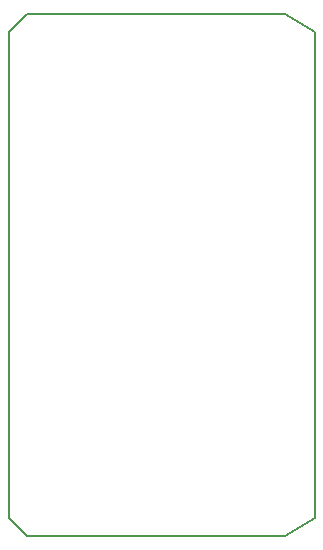
<source format=gbr>
%TF.GenerationSoftware,KiCad,Pcbnew,(5.1.10)-1*%
%TF.CreationDate,2022-01-07T18:41:25+01:00*%
%TF.ProjectId,M5StampC3,4d355374-616d-4704-9333-2e6b69636164,rev?*%
%TF.SameCoordinates,Original*%
%TF.FileFunction,Profile,NP*%
%FSLAX46Y46*%
G04 Gerber Fmt 4.6, Leading zero omitted, Abs format (unit mm)*
G04 Created by KiCad (PCBNEW (5.1.10)-1) date 2022-01-07 18:41:25*
%MOMM*%
%LPD*%
G01*
G04 APERTURE LIST*
%TA.AperFunction,Profile*%
%ADD10C,0.150000*%
%TD*%
G04 APERTURE END LIST*
D10*
X136652000Y-85258000D02*
X139176000Y-83758000D01*
X113254000Y-83758000D02*
X114838000Y-85258000D01*
X136676000Y-41072000D02*
X139176000Y-42572000D01*
X113254000Y-42572000D02*
X114854000Y-41072000D01*
X139176000Y-83758000D02*
X139176000Y-42572000D01*
X114838000Y-85258000D02*
X136652000Y-85258000D01*
X114854000Y-41072000D02*
X136676000Y-41072000D01*
X113254000Y-83758000D02*
X113254000Y-42572000D01*
M02*

</source>
